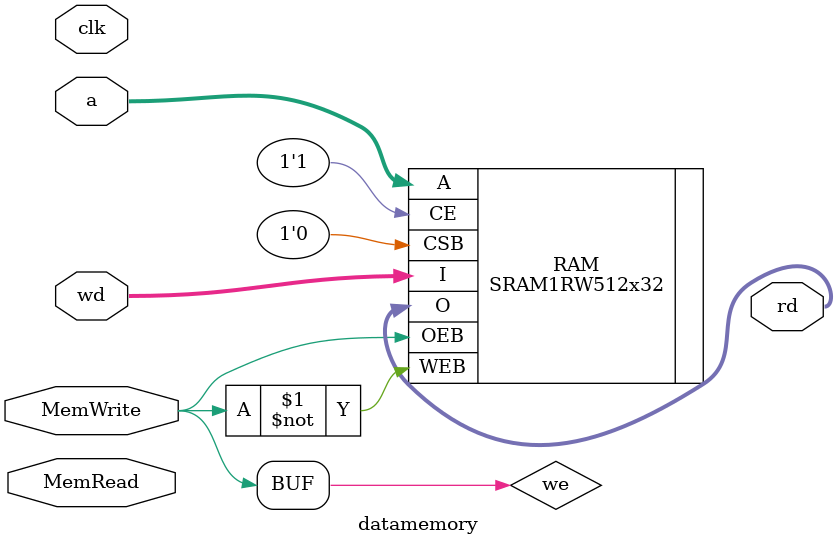
<source format=sv>
`timescale 1ns / 1ps

module datamemory#(
    parameter DM_ADDRESS = 9 ,
    parameter DATA_W = 32
    )(
    input logic clk,
	input logic MemRead , // comes from control unit
    input logic MemWrite , // Comes from control unit
    input logic [ DM_ADDRESS -1:0] a , // Read / Write address - 9 LSB bits of the ALU output
    input logic [ DATA_W -1:0] wd , // Write Data
    output logic [ DATA_W -1:0] rd // Read Data
    );
    
	`ifdef __SIM__  
    logic [DATA_W-1:0] mem [(2**DM_ADDRESS)-1:0];
    
    always_comb 
    begin
       if(MemRead)
            rd = mem[a];
	end
    
    always @(posedge clk) begin
       if (MemWrite)
            mem[a] = wd;
    end
	
	`else
		logic we;
		assign we = MemWrite;
		
		SRAM1RW512x32 RAM (
         .A       ( a[8:0] ),
         .CE      ( 1'b1   ),
         .WEB     ( ~we    ),
         .OEB     ( we     ),
         .CSB     ( 1'b0   ),
         .I       ( wd     ),
         .O       ( rd     )
         );

	`endif
    
endmodule


</source>
